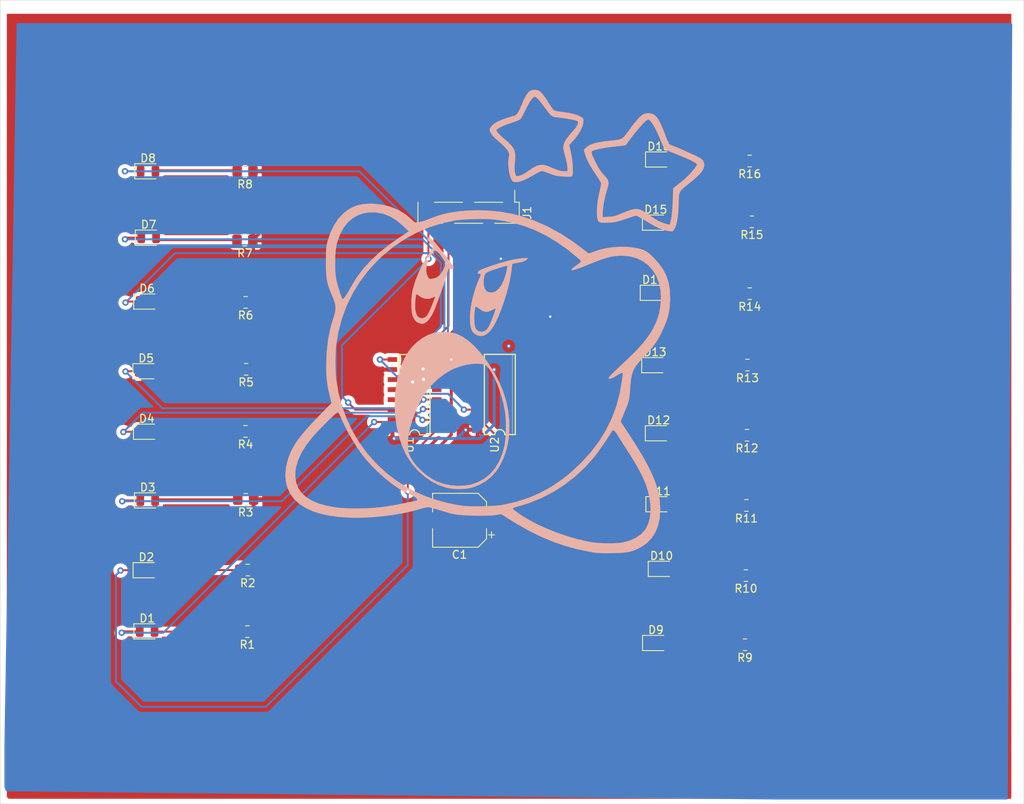
<source format=kicad_pcb>
(kicad_pcb (version 20171130) (host pcbnew 5.1.9+dfsg1-1)
  (title_block (title "Sixteen LED Board"))
  (layers (0 F.Cu signal) (31 B.Cu signal) (34 B.Paste user) (35 F.Paste user) (36 B.SilkS user) (37 F.SilkS user) (38 B.Mask user) (39 F.Mask user) (44 Edge.Cuts user))
  (net 0 "")
  (net 1 GND)
  (net 2 VCC)
  (net 3 "Net-(D1-Pad2)")
  (net 4 /LED_1_1)
  (net 5 "Net-(D2-Pad2)")
  (net 6 /LED_1_2)
  (net 7 "Net-(D3-Pad2)")
  (net 8 /LED_1_3)
  (net 9 "Net-(D4-Pad2)")
  (net 10 /LED_1_4)
  (net 11 "Net-(D5-Pad2)")
  (net 12 /LED_1_5)
  (net 13 "Net-(D6-Pad2)")
  (net 14 /LED_1_6)
  (net 15 "Net-(D7-Pad2)")
  (net 16 /LED_1_7)
  (net 17 "Net-(D8-Pad2)")
  (net 18 /LED_1_8)
  (net 19 "Net-(D9-Pad2)")
  (net 20 /LED_2_1)
  (net 21 "Net-(D10-Pad2)")
  (net 22 /LED_2_2)
  (net 23 "Net-(D11-Pad2)")
  (net 24 /LED_2_3)
  (net 25 "Net-(D12-Pad2)")
  (net 26 /LED_2_4)
  (net 27 "Net-(D13-Pad2)")
  (net 28 /LED_2_5)
  (net 29 "Net-(D14-Pad2)")
  (net 30 /LED_2_6)
  (net 31 "Net-(D15-Pad2)")
  (net 32 /LED_2_7)
  (net 33 "Net-(D16-Pad2)")
  (net 34 /LED_2_8)
  (net 35 /CLOCK)
  (net 36 /DATA)
  (net 37 /LATCH)
  (net 38 /DATA_S)
  (module Sixteen_LED:kirby_logo (layer F.Cu) (at 145.25 86.76)
    (fp_text reference G*** hide)
    (fp_text value LOGO hide)
  )
  (module Sixteen_LED:SO16 (layer F.Cu) (at 135.6 96.64 90)
    (fp_text reference U1 (at -6.36252 -0.63624 270) (layer F.SilkS) (effects (font (size 1.001969 1.001969))))
    (fp_text value 74HC595)
    (pad 16 smd rect (at -4.445 -2.8 90) (size 0.6 1.2) (layers F.Cu F.Paste F.Mask) (net 2 VCC))
    (pad 15 smd rect (at -3.175 -2.8 90) (size 0.6 1.2) (layers F.Cu F.Paste F.Mask) (net 4 /LED_1_1))
    (pad 14 smd rect (at -1.905 -2.8 90) (size 0.6 1.2) (layers F.Cu F.Paste F.Mask) (net 36 /DATA))
    (pad 13 smd rect (at -0.635 -2.8 90) (size 0.6 1.2) (layers F.Cu F.Paste F.Mask))
    (pad 12 smd rect (at 0.635 -2.8 90) (size 0.6 1.2) (layers F.Cu F.Paste F.Mask) (net 37 /LATCH))
    (pad 11 smd rect (at 1.905 -2.8 90) (size 0.6 1.2) (layers F.Cu F.Paste F.Mask) (net 35 /CLOCK))
    (pad 10 smd rect (at 3.175 -2.8 90) (size 0.6 1.2) (layers F.Cu F.Paste F.Mask) (net 2 VCC))
    (pad 9 smd rect (at 4.445 -2.8 90) (size 0.6 1.2) (layers F.Cu F.Paste F.Mask) (net 38 /DATA_S))
    (pad 8 smd rect (at 4.445 2.8 90) (size 0.6 1.2) (layers F.Cu F.Paste F.Mask) (net 1 GND))
    (pad 7 smd rect (at 3.175 2.8 90) (size 0.6 1.2) (layers F.Cu F.Paste F.Mask) (net 18 /LED_1_8))
    (pad 6 smd rect (at 1.905 2.8 90) (size 0.6 1.2) (layers F.Cu F.Paste F.Mask) (net 16 /LED_1_7))
    (pad 5 smd rect (at 0.635 2.8 90) (size 0.6 1.2) (layers F.Cu F.Paste F.Mask) (net 14 /LED_1_6))
    (pad 4 smd rect (at -0.635 2.8 90) (size 0.6 1.2) (layers F.Cu F.Paste F.Mask) (net 12 /LED_1_5))
    (pad 3 smd rect (at -1.905 2.8 90) (size 0.6 1.2) (layers F.Cu F.Paste F.Mask) (net 10 /LED_1_4))
    (pad 2 smd rect (at -3.175 2.8 90) (size 0.6 1.2) (layers F.Cu F.Paste F.Mask) (net 8 /LED_1_3))
    (pad 1 smd rect (at -4.445 2.8 90) (size 0.6 1.2) (layers F.Cu F.Paste F.Mask) (net 6 /LED_1_2))
  )
  (module Connector_PinHeader_2.54mm:PinHeader_1x05_P2.54mm_Vertical_SMD_Pin1Left (layer F.Cu) (at 142.43 73.62 270)
    (fp_text reference J1 (at 0 -7.41 90) (layer F.SilkS))
    (fp_text value Conn_01x05)
    (pad 4 smd rect (at 1.655 2.54 270) (size 2.51 1) (layers F.Cu F.Paste F.Mask) (net 35 /CLOCK))
    (pad 2 smd rect (at 1.655 -2.54 270) (size 2.51 1) (layers F.Cu F.Paste F.Mask) (net 1 GND))
    (pad 5 smd rect (at -1.655 5.08 270) (size 2.51 1) (layers F.Cu F.Paste F.Mask) (net 36 /DATA))
    (pad 3 smd rect (at -1.655 0 270) (size 2.51 1) (layers F.Cu F.Paste F.Mask) (net 37 /LATCH))
    (pad 1 smd rect (at -1.655 -5.08 270) (size 2.51 1) (layers F.Cu F.Paste F.Mask) (net 2 VCC))
  )
  (module Sixteen_LED:SO16 (layer F.Cu) (at 146.38 96.62 90)
    (fp_text reference U2 (at -6.36252 -0.63624 270) (layer F.SilkS) (effects (font (size 1.001969 1.001969))))
    (fp_text value 74HC595)
    (pad 16 smd rect (at -4.445 -2.8 90) (size 0.6 1.2) (layers F.Cu F.Paste F.Mask) (net 2 VCC))
    (pad 15 smd rect (at -3.175 -2.8 90) (size 0.6 1.2) (layers F.Cu F.Paste F.Mask) (net 20 /LED_2_1))
    (pad 14 smd rect (at -1.905 -2.8 90) (size 0.6 1.2) (layers F.Cu F.Paste F.Mask) (net 38 /DATA_S))
    (pad 13 smd rect (at -0.635 -2.8 90) (size 0.6 1.2) (layers F.Cu F.Paste F.Mask))
    (pad 12 smd rect (at 0.635 -2.8 90) (size 0.6 1.2) (layers F.Cu F.Paste F.Mask) (net 37 /LATCH))
    (pad 11 smd rect (at 1.905 -2.8 90) (size 0.6 1.2) (layers F.Cu F.Paste F.Mask) (net 35 /CLOCK))
    (pad 10 smd rect (at 3.175 -2.8 90) (size 0.6 1.2) (layers F.Cu F.Paste F.Mask) (net 2 VCC))
    (pad 9 smd rect (at 4.445 -2.8 90) (size 0.6 1.2) (layers F.Cu F.Paste F.Mask))
    (pad 8 smd rect (at 4.445 2.8 90) (size 0.6 1.2) (layers F.Cu F.Paste F.Mask) (net 1 GND))
    (pad 7 smd rect (at 3.175 2.8 90) (size 0.6 1.2) (layers F.Cu F.Paste F.Mask) (net 34 /LED_2_8))
    (pad 6 smd rect (at 1.905 2.8 90) (size 0.6 1.2) (layers F.Cu F.Paste F.Mask) (net 32 /LED_2_7))
    (pad 5 smd rect (at 0.635 2.8 90) (size 0.6 1.2) (layers F.Cu F.Paste F.Mask) (net 30 /LED_2_6))
    (pad 4 smd rect (at -0.635 2.8 90) (size 0.6 1.2) (layers F.Cu F.Paste F.Mask) (net 28 /LED_2_5))
    (pad 3 smd rect (at -1.905 2.8 90) (size 0.6 1.2) (layers F.Cu F.Paste F.Mask) (net 26 /LED_2_4))
    (pad 2 smd rect (at -3.175 2.8 90) (size 0.6 1.2) (layers F.Cu F.Paste F.Mask) (net 24 /LED_2_3))
    (pad 1 smd rect (at -4.445 2.8 90) (size 0.6 1.2) (layers F.Cu F.Paste F.Mask) (net 22 /LED_2_2))
  )
  (module Resistor_SMD:R_0805_2012Metric_Pad1.20x1.40mm_HandSolder (layer F.Cu) (at 177.98 67.07 180)
    (fp_text reference R16 (at 0 -1.65) (layer F.SilkS))
    (fp_text value 220)
    (pad 2 smd roundrect (at 1 0 180) (size 1.2 1.4) (layers F.Cu F.Paste F.Mask) (roundrect_rratio 0.208333) (net 33 "Net-(D16-Pad2)"))
    (pad 1 smd roundrect (at -1 0 180) (size 1.2 1.4) (layers F.Cu F.Paste F.Mask) (roundrect_rratio 0.208333) (net 2 VCC))
  )
  (module Resistor_SMD:R_0805_2012Metric_Pad1.20x1.40mm_HandSolder (layer F.Cu) (at 178.26 74.77 180)
    (fp_text reference R15 (at 0 -1.65) (layer F.SilkS))
    (fp_text value 220)
    (pad 2 smd roundrect (at 1 0 180) (size 1.2 1.4) (layers F.Cu F.Paste F.Mask) (roundrect_rratio 0.208333) (net 31 "Net-(D15-Pad2)"))
    (pad 1 smd roundrect (at -1 0 180) (size 1.2 1.4) (layers F.Cu F.Paste F.Mask) (roundrect_rratio 0.208333) (net 2 VCC))
  )
  (module Resistor_SMD:R_0805_2012Metric_Pad1.20x1.40mm_HandSolder (layer F.Cu) (at 177.99 83.86 180)
    (fp_text reference R14 (at 0 -1.65) (layer F.SilkS))
    (fp_text value 220)
    (pad 2 smd roundrect (at 1 0 180) (size 1.2 1.4) (layers F.Cu F.Paste F.Mask) (roundrect_rratio 0.208333) (net 29 "Net-(D14-Pad2)"))
    (pad 1 smd roundrect (at -1 0 180) (size 1.2 1.4) (layers F.Cu F.Paste F.Mask) (roundrect_rratio 0.208333) (net 2 VCC))
  )
  (module Resistor_SMD:R_0805_2012Metric_Pad1.20x1.40mm_HandSolder (layer F.Cu) (at 177.7 92.9 180)
    (fp_text reference R13 (at 0 -1.65) (layer F.SilkS))
    (fp_text value 220)
    (pad 2 smd roundrect (at 1 0 180) (size 1.2 1.4) (layers F.Cu F.Paste F.Mask) (roundrect_rratio 0.208333) (net 27 "Net-(D13-Pad2)"))
    (pad 1 smd roundrect (at -1 0 180) (size 1.2 1.4) (layers F.Cu F.Paste F.Mask) (roundrect_rratio 0.208333) (net 2 VCC))
  )
  (module Resistor_SMD:R_0805_2012Metric_Pad1.20x1.40mm_HandSolder (layer F.Cu) (at 177.64 101.78 180)
    (fp_text reference R12 (at 0 -1.65) (layer F.SilkS))
    (fp_text value 220)
    (pad 2 smd roundrect (at 1 0 180) (size 1.2 1.4) (layers F.Cu F.Paste F.Mask) (roundrect_rratio 0.208333) (net 25 "Net-(D12-Pad2)"))
    (pad 1 smd roundrect (at -1 0 180) (size 1.2 1.4) (layers F.Cu F.Paste F.Mask) (roundrect_rratio 0.208333) (net 2 VCC))
  )
  (module Resistor_SMD:R_0805_2012Metric_Pad1.20x1.40mm_HandSolder (layer F.Cu) (at 177.57 110.66 180)
    (fp_text reference R11 (at 0 -1.65) (layer F.SilkS))
    (fp_text value 220)
    (pad 2 smd roundrect (at 1 0 180) (size 1.2 1.4) (layers F.Cu F.Paste F.Mask) (roundrect_rratio 0.208333) (net 23 "Net-(D11-Pad2)"))
    (pad 1 smd roundrect (at -1 0 180) (size 1.2 1.4) (layers F.Cu F.Paste F.Mask) (roundrect_rratio 0.208333) (net 2 VCC))
  )
  (module Resistor_SMD:R_0805_2012Metric_Pad1.20x1.40mm_HandSolder (layer F.Cu) (at 177.51 119.54 180)
    (fp_text reference R10 (at 0 -1.65) (layer F.SilkS))
    (fp_text value 220)
    (pad 2 smd roundrect (at 1 0 180) (size 1.2 1.4) (layers F.Cu F.Paste F.Mask) (roundrect_rratio 0.208333) (net 21 "Net-(D10-Pad2)"))
    (pad 1 smd roundrect (at -1 0 180) (size 1.2 1.4) (layers F.Cu F.Paste F.Mask) (roundrect_rratio 0.208333) (net 2 VCC))
  )
  (module Resistor_SMD:R_0805_2012Metric_Pad1.20x1.40mm_HandSolder (layer F.Cu) (at 177.39 128.29 180)
    (fp_text reference R9 (at 0 -1.65) (layer F.SilkS))
    (fp_text value 220)
    (pad 2 smd roundrect (at 1 0 180) (size 1.2 1.4) (layers F.Cu F.Paste F.Mask) (roundrect_rratio 0.208333) (net 19 "Net-(D9-Pad2)"))
    (pad 1 smd roundrect (at -1 0 180) (size 1.2 1.4) (layers F.Cu F.Paste F.Mask) (roundrect_rratio 0.208333) (net 2 VCC))
  )
  (module Resistor_SMD:R_0805_2012Metric_Pad1.20x1.40mm_HandSolder (layer F.Cu) (at 114.16 68.37 180)
    (fp_text reference R8 (at 0 -1.65) (layer F.SilkS))
    (fp_text value 220)
    (pad 2 smd roundrect (at 1 0 180) (size 1.2 1.4) (layers F.Cu F.Paste F.Mask) (roundrect_rratio 0.208333) (net 17 "Net-(D8-Pad2)"))
    (pad 1 smd roundrect (at -1 0 180) (size 1.2 1.4) (layers F.Cu F.Paste F.Mask) (roundrect_rratio 0.208333) (net 2 VCC))
  )
  (module Resistor_SMD:R_0805_2012Metric_Pad1.20x1.40mm_HandSolder (layer F.Cu) (at 114.14 77.09 180)
    (fp_text reference R7 (at 0 -1.65) (layer F.SilkS))
    (fp_text value 220)
    (pad 2 smd roundrect (at 1 0 180) (size 1.2 1.4) (layers F.Cu F.Paste F.Mask) (roundrect_rratio 0.208333) (net 15 "Net-(D7-Pad2)"))
    (pad 1 smd roundrect (at -1 0 180) (size 1.2 1.4) (layers F.Cu F.Paste F.Mask) (roundrect_rratio 0.208333) (net 2 VCC))
  )
  (module Resistor_SMD:R_0805_2012Metric_Pad1.20x1.40mm_HandSolder (layer F.Cu) (at 114.23 84.96 180)
    (fp_text reference R6 (at 0 -1.65) (layer F.SilkS))
    (fp_text value 220)
    (pad 2 smd roundrect (at 1 0 180) (size 1.2 1.4) (layers F.Cu F.Paste F.Mask) (roundrect_rratio 0.208333) (net 13 "Net-(D6-Pad2)"))
    (pad 1 smd roundrect (at -1 0 180) (size 1.2 1.4) (layers F.Cu F.Paste F.Mask) (roundrect_rratio 0.208333) (net 2 VCC))
  )
  (module Resistor_SMD:R_0805_2012Metric_Pad1.20x1.40mm_HandSolder (layer F.Cu) (at 114.29 93.43 180)
    (fp_text reference R5 (at 0 -1.65) (layer F.SilkS))
    (fp_text value 220)
    (pad 2 smd roundrect (at 1 0 180) (size 1.2 1.4) (layers F.Cu F.Paste F.Mask) (roundrect_rratio 0.208333) (net 11 "Net-(D5-Pad2)"))
    (pad 1 smd roundrect (at -1 0 180) (size 1.2 1.4) (layers F.Cu F.Paste F.Mask) (roundrect_rratio 0.208333) (net 2 VCC))
  )
  (module Resistor_SMD:R_0805_2012Metric_Pad1.20x1.40mm_HandSolder (layer F.Cu) (at 114.22 101.29 180)
    (fp_text reference R4 (at 0 -1.65) (layer F.SilkS))
    (fp_text value 220)
    (pad 2 smd roundrect (at 1 0 180) (size 1.2 1.4) (layers F.Cu F.Paste F.Mask) (roundrect_rratio 0.208333) (net 9 "Net-(D4-Pad2)"))
    (pad 1 smd roundrect (at -1 0 180) (size 1.2 1.4) (layers F.Cu F.Paste F.Mask) (roundrect_rratio 0.208333) (net 2 VCC))
  )
  (module Resistor_SMD:R_0805_2012Metric_Pad1.20x1.40mm_HandSolder (layer F.Cu) (at 114.24 109.89 180)
    (fp_text reference R3 (at 0 -1.65) (layer F.SilkS))
    (fp_text value 220)
    (pad 2 smd roundrect (at 1 0 180) (size 1.2 1.4) (layers F.Cu F.Paste F.Mask) (roundrect_rratio 0.208333) (net 7 "Net-(D3-Pad2)"))
    (pad 1 smd roundrect (at -1 0 180) (size 1.2 1.4) (layers F.Cu F.Paste F.Mask) (roundrect_rratio 0.208333) (net 2 VCC))
  )
  (module Resistor_SMD:R_0805_2012Metric_Pad1.20x1.40mm_HandSolder (layer F.Cu) (at 114.5 118.84 180)
    (fp_text reference R2 (at 0 -1.65) (layer F.SilkS))
    (fp_text value 220)
    (pad 2 smd roundrect (at 1 0 180) (size 1.2 1.4) (layers F.Cu F.Paste F.Mask) (roundrect_rratio 0.208333) (net 5 "Net-(D2-Pad2)"))
    (pad 1 smd roundrect (at -1 0 180) (size 1.2 1.4) (layers F.Cu F.Paste F.Mask) (roundrect_rratio 0.208333) (net 2 VCC))
  )
  (module Resistor_SMD:R_0805_2012Metric_Pad1.20x1.40mm_HandSolder (layer F.Cu) (at 114.45 126.63 180)
    (fp_text reference R1 (at 0 -1.65) (layer F.SilkS))
    (fp_text value 220)
    (pad 2 smd roundrect (at 1 0 180) (size 1.2 1.4) (layers F.Cu F.Paste F.Mask) (roundrect_rratio 0.208333) (net 3 "Net-(D1-Pad2)"))
    (pad 1 smd roundrect (at -1 0 180) (size 1.2 1.4) (layers F.Cu F.Paste F.Mask) (roundrect_rratio 0.208333) (net 2 VCC))
  )
  (module LED_SMD:LED_0805_2012Metric (layer F.Cu) (at 166.4975 66.88)
    (fp_text reference D16 (at 0 -1.65) (layer F.SilkS))
    (fp_text value LED)
    (pad 2 smd roundrect (at 0.9375 0) (size 0.975 1.4) (layers F.Cu F.Paste F.Mask) (net 33 "Net-(D16-Pad2)"))
    (pad 1 smd roundrect (at -0.9375 0) (size 0.975 1.4) (layers F.Cu F.Paste F.Mask) (net 34 /LED_2_8))
  )
  (module LED_SMD:LED_0805_2012Metric (layer F.Cu) (at 166.1 74.87)
    (fp_text reference D15 (at 0 -1.65) (layer F.SilkS))
    (fp_text value LED)
    (pad 2 smd roundrect (at 0.9375 0) (size 0.975 1.4) (layers F.Cu F.Paste F.Mask) (net 31 "Net-(D15-Pad2)"))
    (pad 1 smd roundrect (at -0.9375 0) (size 0.975 1.4) (layers F.Cu F.Paste F.Mask) (net 32 /LED_2_7))
  )
  (module LED_SMD:LED_0805_2012Metric (layer F.Cu) (at 165.83 83.75)
    (fp_text reference D14 (at 0 -1.65) (layer F.SilkS))
    (fp_text value LED)
    (pad 2 smd roundrect (at 0.9375 0) (size 0.975 1.4) (layers F.Cu F.Paste F.Mask) (net 29 "Net-(D14-Pad2)"))
    (pad 1 smd roundrect (at -0.9375 0) (size 0.975 1.4) (layers F.Cu F.Paste F.Mask) (net 30 /LED_2_6))
  )
  (module LED_SMD:LED_0805_2012Metric (layer F.Cu) (at 166.01 92.91)
    (fp_text reference D13 (at 0 -1.65) (layer F.SilkS))
    (fp_text value LED)
    (pad 2 smd roundrect (at 0.9375 0) (size 0.975 1.4) (layers F.Cu F.Paste F.Mask) (net 27 "Net-(D13-Pad2)"))
    (pad 1 smd roundrect (at -0.9375 0) (size 0.975 1.4) (layers F.Cu F.Paste F.Mask) (net 28 /LED_2_5))
  )
  (module LED_SMD:LED_0805_2012Metric (layer F.Cu) (at 166.47 101.53)
    (fp_text reference D12 (at 0 -1.65) (layer F.SilkS))
    (fp_text value LED)
    (pad 2 smd roundrect (at 0.9375 0) (size 0.975 1.4) (layers F.Cu F.Paste F.Mask) (net 25 "Net-(D12-Pad2)"))
    (pad 1 smd roundrect (at -0.9375 0) (size 0.975 1.4) (layers F.Cu F.Paste F.Mask) (net 26 /LED_2_4))
  )
  (module LED_SMD:LED_0805_2012Metric (layer F.Cu) (at 166.54 110.51)
    (fp_text reference D11 (at 0 -1.65) (layer F.SilkS))
    (fp_text value LED)
    (pad 2 smd roundrect (at 0.9375 0) (size 0.975 1.4) (layers F.Cu F.Paste F.Mask) (net 23 "Net-(D11-Pad2)"))
    (pad 1 smd roundrect (at -0.9375 0) (size 0.975 1.4) (layers F.Cu F.Paste F.Mask) (net 24 /LED_2_3))
  )
  (module LED_SMD:LED_0805_2012Metric (layer F.Cu) (at 166.84 118.69)
    (fp_text reference D10 (at 0 -1.65) (layer F.SilkS))
    (fp_text value LED)
    (pad 2 smd roundrect (at 0.9375 0) (size 0.975 1.4) (layers F.Cu F.Paste F.Mask) (net 21 "Net-(D10-Pad2)"))
    (pad 1 smd roundrect (at -0.9375 0) (size 0.975 1.4) (layers F.Cu F.Paste F.Mask) (net 22 /LED_2_2))
  )
  (module LED_SMD:LED_0805_2012Metric (layer F.Cu) (at 166.12 128.07)
    (fp_text reference D9 (at 0 -1.65) (layer F.SilkS))
    (fp_text value LED)
    (pad 2 smd roundrect (at 0.9375 0) (size 0.975 1.4) (layers F.Cu F.Paste F.Mask) (net 19 "Net-(D9-Pad2)"))
    (pad 1 smd roundrect (at -0.9375 0) (size 0.975 1.4) (layers F.Cu F.Paste F.Mask) (net 20 /LED_2_1))
  )
  (module LED_SMD:LED_0805_2012Metric (layer F.Cu) (at 101.89 68.37)
    (fp_text reference D8 (at 0 -1.65) (layer F.SilkS))
    (fp_text value LED)
    (pad 2 smd roundrect (at 0.9375 0) (size 0.975 1.4) (layers F.Cu F.Paste F.Mask) (net 17 "Net-(D8-Pad2)"))
    (pad 1 smd roundrect (at -0.9375 0) (size 0.975 1.4) (layers F.Cu F.Paste F.Mask) (net 18 /LED_1_8))
  )
  (module LED_SMD:LED_0805_2012Metric (layer F.Cu) (at 101.9675 76.77)
    (fp_text reference D7 (at 0 -1.65) (layer F.SilkS))
    (fp_text value LED)
    (pad 2 smd roundrect (at 0.9375 0) (size 0.975 1.4) (layers F.Cu F.Paste F.Mask) (net 15 "Net-(D7-Pad2)"))
    (pad 1 smd roundrect (at -0.9375 0) (size 0.975 1.4) (layers F.Cu F.Paste F.Mask) (net 16 /LED_1_7))
  )
  (module LED_SMD:LED_0805_2012Metric (layer F.Cu) (at 101.76 84.86)
    (fp_text reference D6 (at 0 -1.65) (layer F.SilkS))
    (fp_text value LED)
    (pad 2 smd roundrect (at 0.9375 0) (size 0.975 1.4) (layers F.Cu F.Paste F.Mask) (net 13 "Net-(D6-Pad2)"))
    (pad 1 smd roundrect (at -0.9375 0) (size 0.975 1.4) (layers F.Cu F.Paste F.Mask) (net 14 /LED_1_6))
  )
  (module LED_SMD:LED_0805_2012Metric (layer F.Cu) (at 101.6475 93.68)
    (fp_text reference D5 (at 0 -1.65) (layer F.SilkS))
    (fp_text value LED)
    (pad 2 smd roundrect (at 0.9375 0) (size 0.975 1.4) (layers F.Cu F.Paste F.Mask) (net 11 "Net-(D5-Pad2)"))
    (pad 1 smd roundrect (at -0.9375 0) (size 0.975 1.4) (layers F.Cu F.Paste F.Mask) (net 12 /LED_1_5))
  )
  (module LED_SMD:LED_0805_2012Metric (layer F.Cu) (at 101.73 101.331428)
    (fp_text reference D4 (at 0 -1.65) (layer F.SilkS))
    (fp_text value LED)
    (pad 2 smd roundrect (at 0.9375 0) (size 0.975 1.4) (layers F.Cu F.Paste F.Mask) (net 9 "Net-(D4-Pad2)"))
    (pad 1 smd roundrect (at -0.9375 0) (size 0.975 1.4) (layers F.Cu F.Paste F.Mask) (net 10 /LED_1_4))
  )
  (module LED_SMD:LED_0805_2012Metric (layer F.Cu) (at 101.85 110.03)
    (fp_text reference D3 (at 0 -1.65) (layer F.SilkS))
    (fp_text value LED)
    (pad 2 smd roundrect (at 0.9375 0) (size 0.975 1.4) (layers F.Cu F.Paste F.Mask) (net 7 "Net-(D3-Pad2)"))
    (pad 1 smd roundrect (at -0.9375 0) (size 0.975 1.4) (layers F.Cu F.Paste F.Mask) (net 8 /LED_1_3))
  )
  (module LED_SMD:LED_0805_2012Metric (layer F.Cu) (at 101.68 118.86)
    (fp_text reference D2 (at 0 -1.65) (layer F.SilkS))
    (fp_text value LED)
    (pad 2 smd roundrect (at 0.9375 0) (size 0.975 1.4) (layers F.Cu F.Paste F.Mask) (net 5 "Net-(D2-Pad2)"))
    (pad 1 smd roundrect (at -0.9375 0) (size 0.975 1.4) (layers F.Cu F.Paste F.Mask) (net 6 /LED_1_2))
  )
  (module LED_SMD:LED_0805_2012Metric (layer F.Cu) (at 101.7775 126.6)
    (fp_text reference D1 (at 0 -1.65) (layer F.SilkS))
    (fp_text value LED)
    (pad 2 smd roundrect (at 0.9375 0) (size 0.975 1.4) (layers F.Cu F.Paste F.Mask) (net 3 "Net-(D1-Pad2)"))
    (pad 1 smd roundrect (at -0.9375 0) (size 0.975 1.4) (layers F.Cu F.Paste F.Mask) (net 4 /LED_1_1))
  )
  (module Capacitor_SMD:CP_Elec_6.3x5.3 (layer F.Cu) (at 141.29 112.54 180)
    (fp_text reference C1 (at 0 -4.35) (layer F.SilkS))
    (fp_text value 200uF)
    (pad 2 smd roundrect (at 2.8 0 180) (size 3.5 1.6) (layers F.Cu F.Paste F.Mask) (roundrect_rratio 0.15625) (net 1 GND))
    (pad 1 smd roundrect (at -2.8 0 180) (size 3.5 1.6) (layers F.Cu F.Paste F.Mask) (roundrect_rratio 0.15625) (net 2 VCC))
  )
  (gr_line (start 212.66 46.72) (end 83.19 46.72) (layer Edge.Cuts) (width 0.05))
  (gr_line (start 83.19 148.41) (end 83.19 46.72) (layer Edge.Cuts) (width 0.05))
  (gr_line (start 212.66 148.41) (end 83.19 148.41) (layer Edge.Cuts) (width 0.05))
  (gr_line (start 212.66 46.72) (end 212.66 148.41) (layer Edge.Cuts) (width 0.05))
  (via (at 131.22 92.2) (size 0.8) (drill 0.4) (layers F.Cu B.Cu) (net 38))
  (via (at 142.06 101.1) (size 0.6) (drill 0.3) (layers F.Cu B.Cu) (net 2))
  (via (at 145.67 93.47) (size 0.6) (drill 0.3) (layers F.Cu B.Cu) (net 2))
  (via (at 133.01 102.19) (size 0.6) (drill 0.3) (layers F.Cu B.Cu) (net 2))
  (via (at 136.68 93.39) (size 0.8) (drill 0.4) (layers F.Cu B.Cu) (net 18))
  (via (at 136.74 94.7) (size 0.8) (drill 0.4) (layers F.Cu B.Cu) (net 16))
  (via (at 135.36 95.04) (size 0.8) (drill 0.4) (layers F.Cu B.Cu) (net 14))
  (via (at 136.73 97.26) (size 0.8) (drill 0.4) (layers F.Cu B.Cu) (net 12))
  (via (at 136.67 98.47) (size 0.8) (drill 0.4) (layers F.Cu B.Cu) (net 10))
  (via (at 98.56 126.77) (size 0.8) (drill 0.4) (layers F.Cu B.Cu) (net 4))
  (via (at 98.41 118.9) (size 0.8) (drill 0.4) (layers F.Cu B.Cu) (net 6))
  (via (at 98.62 110.13) (size 0.8) (drill 0.4) (layers F.Cu B.Cu) (net 8))
  (via (at 98.77 101.37) (size 0.8) (drill 0.4) (layers F.Cu B.Cu) (net 10))
  (via (at 99.04 93.71) (size 0.8) (drill 0.4) (layers F.Cu B.Cu) (net 12))
  (via (at 99.04 84.99) (size 0.8) (drill 0.4) (layers F.Cu B.Cu) (net 14))
  (via (at 98.97 76.98) (size 0.8) (drill 0.4) (layers F.Cu B.Cu) (net 16))
  (via (at 98.97 68.37) (size 0.8) (drill 0.4) (layers F.Cu B.Cu) (net 18))
  (via (at 136.6 99.84) (size 0.8) (drill 0.4) (layers F.Cu B.Cu) (net 8))
  (via (at 134.74 108.88) (size 0.8) (drill 0.4) (layers F.Cu B.Cu) (net 6))
  (via (at 130.49 100.1) (size 0.8) (drill 0.4) (layers F.Cu B.Cu) (net 4))
  (via (at 140.24 92.19) (size 0.6) (drill 0.3) (layers F.Cu B.Cu) (net 1))
  (via (at 146.51 79.44) (size 0.6) (drill 0.3) (layers F.Cu B.Cu) (net 1))
  (segment (start 144.97 77.9) (end 146.51 79.44) (width 0.38) (layer F.Cu) (net 1))
  (segment (start 144.97 75.275) (end 144.97 77.9) (width 0.38) (layer F.Cu) (net 1))
  (segment (start 146.51 79.44) (end 146.51 80.52) (width 0.38) (layer B.Cu) (net 1))
  (segment (start 146.51 80.52) (end 152.76 86.77) (width 0.38) (layer B.Cu) (net 1))
  (segment (start 152.76 86.77) (end 152.76 86.77) (width 0.38) (layer B.Cu) (net 1))
  (via (at 152.76 86.77) (size 0.6) (drill 0.3) (layers F.Cu B.Cu) (net 1))
  (segment (start 152.76 88.595) (end 149.18 92.175) (width 0.38) (layer F.Cu) (net 1))
  (segment (start 152.76 86.77) (end 152.76 88.595) (width 0.38) (layer F.Cu) (net 1))
  (segment (start 146.51 85.92) (end 140.24 92.19) (width 0.38) (layer B.Cu) (net 1))
  (segment (start 146.51 80.52) (end 146.51 85.92) (width 0.38) (layer B.Cu) (net 1))
  (segment (start 138.405 92.19) (end 138.4 92.195) (width 0.38) (layer F.Cu) (net 1))
  (segment (start 140.24 92.19) (end 138.405 92.19) (width 0.38) (layer F.Cu) (net 1))
  (segment (start 138.49 112.54) (end 138.49 103.46) (width 0.38) (layer F.Cu) (net 1))
  (segment (start 140.24 101.71) (end 140.24 92.19) (width 0.38) (layer F.Cu) (net 1))
  (segment (start 138.49 103.46) (end 140.24 101.71) (width 0.38) (layer F.Cu) (net 1))
  (segment (start 182.93 74.77) (end 179.26 74.77) (width 0.38) (layer F.Cu) (net 2))
  (segment (start 182.93 79.92) (end 178.99 83.86) (width 0.38) (layer F.Cu) (net 2))
  (segment (start 182.93 74.77) (end 182.93 79.92) (width 0.38) (layer F.Cu) (net 2))
  (segment (start 182.93 88.67) (end 178.7 92.9) (width 0.38) (layer F.Cu) (net 2))
  (segment (start 182.93 79.92) (end 182.93 88.67) (width 0.38) (layer F.Cu) (net 2))
  (segment (start 178.98 67.07) (end 180.16 67.07) (width 0.38) (layer F.Cu) (net 2))
  (segment (start 182.93 69.84) (end 182.93 74.77) (width 0.38) (layer F.Cu) (net 2))
  (segment (start 180.16 67.07) (end 182.93 69.84) (width 0.38) (layer F.Cu) (net 2))
  (segment (start 182.93 97.49) (end 178.64 101.78) (width 0.38) (layer F.Cu) (net 2))
  (segment (start 182.93 88.67) (end 182.93 97.49) (width 0.38) (layer F.Cu) (net 2))
  (segment (start 182.93 106.3) (end 178.57 110.66) (width 0.38) (layer F.Cu) (net 2))
  (segment (start 182.93 97.49) (end 182.93 106.3) (width 0.38) (layer F.Cu) (net 2))
  (segment (start 182.93 115.12) (end 178.51 119.54) (width 0.38) (layer F.Cu) (net 2))
  (segment (start 182.93 106.3) (end 182.93 115.12) (width 0.38) (layer F.Cu) (net 2))
  (segment (start 182.93 123.75) (end 178.39 128.29) (width 0.38) (layer F.Cu) (net 2))
  (segment (start 182.93 115.12) (end 182.93 123.75) (width 0.38) (layer F.Cu) (net 2))
  (segment (start 178.98 67.07) (end 178.98 64.3) (width 0.38) (layer F.Cu) (net 2))
  (segment (start 178.98 64.3) (end 176.73 62.05) (width 0.38) (layer F.Cu) (net 2))
  (segment (start 157.425 62.05) (end 147.51 71.965) (width 0.38) (layer F.Cu) (net 2))
  (segment (start 176.73 62.05) (end 157.425 62.05) (width 0.38) (layer F.Cu) (net 2))
  (segment (start 115.16 68.37) (end 117 68.37) (width 0.38) (layer F.Cu) (net 2))
  (segment (start 117 68.37) (end 119.63 71) (width 0.38) (layer F.Cu) (net 2))
  (segment (start 119.63 72.6) (end 115.14 77.09) (width 0.38) (layer F.Cu) (net 2))
  (segment (start 119.63 71) (end 119.63 72.6) (width 0.38) (layer F.Cu) (net 2))
  (segment (start 119.63 80.56) (end 115.23 84.96) (width 0.38) (layer F.Cu) (net 2))
  (segment (start 119.63 72.6) (end 119.63 80.56) (width 0.38) (layer F.Cu) (net 2))
  (segment (start 119.63 80.56) (end 119.63 89.09) (width 0.38) (layer F.Cu) (net 2))
  (segment (start 119.495 97.015) (end 115.22 101.29) (width 0.38) (layer F.Cu) (net 2))
  (segment (start 119.63 89.09) (end 119.495 89.225) (width 0.38) (layer F.Cu) (net 2))
  (segment (start 119.495 89.225) (end 119.495 97.015) (width 0.38) (layer F.Cu) (net 2))
  (segment (start 119.495 89.225) (end 115.29 93.43) (width 0.38) (layer F.Cu) (net 2))
  (segment (start 119.495 105.635) (end 115.24 109.89) (width 0.38) (layer F.Cu) (net 2))
  (segment (start 119.495 97.015) (end 119.495 105.635) (width 0.38) (layer F.Cu) (net 2))
  (segment (start 119.495 114.845) (end 115.5 118.84) (width 0.38) (layer F.Cu) (net 2))
  (segment (start 119.495 105.635) (end 119.495 114.845) (width 0.38) (layer F.Cu) (net 2))
  (segment (start 119.495 122.585) (end 115.45 126.63) (width 0.38) (layer F.Cu) (net 2))
  (segment (start 119.495 114.845) (end 119.495 122.585) (width 0.38) (layer F.Cu) (net 2))
  (segment (start 123.045 93.465) (end 132.8 93.465) (width 0.38) (layer F.Cu) (net 2))
  (segment (start 119.495 97.015) (end 123.045 93.465) (width 0.38) (layer F.Cu) (net 2))
  (segment (start 119.495 97.015) (end 125.065 97.015) (width 0.38) (layer F.Cu) (net 2))
  (segment (start 129.135 101.085) (end 132.8 101.085) (width 0.38) (layer F.Cu) (net 2))
  (segment (start 125.065 97.015) (end 129.135 101.085) (width 0.38) (layer F.Cu) (net 2))
  (segment (start 144.09 101.575) (end 143.58 101.065) (width 0.38) (layer F.Cu) (net 2))
  (segment (start 144.09 112.54) (end 144.09 101.575) (width 0.38) (layer F.Cu) (net 2))
  (segment (start 144.56 93.445) (end 143.58 93.445) (width 0.38) (layer F.Cu) (net 2))
  (segment (start 147.51 90.495) (end 147.51 90.495) (width 0.38) (layer F.Cu) (net 2))
  (segment (start 147.51 71.965) (end 147.51 90.495) (width 0.38) (layer F.Cu) (net 2))
  (segment (start 147.51 90.495) (end 144.56 93.445) (width 0.38) (layer F.Cu) (net 2))
  (via (at 147.51 90.495) (size 0.6) (drill 0.3) (layers F.Cu B.Cu) (net 2))
  (segment (start 132.8 101.98) (end 133.01 102.19) (width 0.38) (layer F.Cu) (net 2))
  (segment (start 132.8 101.085) (end 132.8 101.98) (width 0.38) (layer F.Cu) (net 2))
  (segment (start 140.97 102.19) (end 142.06 101.1) (width 0.38) (layer B.Cu) (net 2))
  (segment (start 133.01 102.19) (end 140.97 102.19) (width 0.38) (layer B.Cu) (net 2))
  (segment (start 143.545 101.1) (end 143.58 101.065) (width 0.38) (layer F.Cu) (net 2))
  (segment (start 142.06 101.1) (end 143.545 101.1) (width 0.38) (layer F.Cu) (net 2))
  (segment (start 140.97 102.19) (end 143.9 102.19) (width 0.38) (layer B.Cu) (net 2))
  (segment (start 145.67 100.42) (end 145.67 93.47) (width 0.38) (layer B.Cu) (net 2))
  (segment (start 143.9 102.19) (end 145.67 100.42) (width 0.38) (layer B.Cu) (net 2))
  (segment (start 143.605 93.47) (end 143.58 93.445) (width 0.38) (layer F.Cu) (net 2))
  (segment (start 145.67 93.47) (end 143.605 93.47) (width 0.38) (layer F.Cu) (net 2))
  (segment (start 102.745 126.63) (end 102.715 126.6) (width 0.25) (layer F.Cu) (net 3))
  (segment (start 113.45 126.63) (end 102.745 126.63) (width 0.25) (layer F.Cu) (net 3))
  (segment (start 132.494998 99.815) (end 132.8 99.815) (width 0.25) (layer F.Cu) (net 4))
  (segment (start 133.65 99.815) (end 132.8 99.815) (width 0.25) (layer F.Cu) (net 4))
  (segment (start 103.82 126.77) (end 130.49 100.1) (width 0.25) (layer B.Cu) (net 4))
  (segment (start 98.56 126.77) (end 103.82 126.77) (width 0.25) (layer B.Cu) (net 4))
  (segment (start 132.515 100.1) (end 132.8 99.815) (width 0.25) (layer F.Cu) (net 4))
  (segment (start 130.49 100.1) (end 132.515 100.1) (width 0.25) (layer F.Cu) (net 4))
  (segment (start 98.73 126.6) (end 98.56 126.77) (width 0.25) (layer F.Cu) (net 4))
  (segment (start 100.84 126.6) (end 98.73 126.6) (width 0.25) (layer F.Cu) (net 4))
  (segment (start 102.6375 118.84) (end 102.6175 118.86) (width 0.25) (layer F.Cu) (net 5))
  (segment (start 113.5 118.84) (end 102.6375 118.84) (width 0.25) (layer F.Cu) (net 5))
  (segment (start 139.25 101.085) (end 138.4 101.085) (width 0.25) (layer F.Cu) (net 6))
  (segment (start 98.45 118.86) (end 98.41 118.9) (width 0.25) (layer F.Cu) (net 6))
  (segment (start 100.7425 118.86) (end 98.45 118.86) (width 0.25) (layer F.Cu) (net 6))
  (segment (start 116.79 136.15) (end 134.74 118.2) (width 0.25) (layer B.Cu) (net 6))
  (segment (start 101.05 136.15) (end 116.79 136.15) (width 0.25) (layer B.Cu) (net 6))
  (segment (start 97.834999 132.934999) (end 101.05 136.15) (width 0.25) (layer B.Cu) (net 6))
  (segment (start 134.74 118.2) (end 134.74 108.88) (width 0.25) (layer B.Cu) (net 6))
  (segment (start 97.834999 119.475001) (end 97.834999 132.934999) (width 0.25) (layer B.Cu) (net 6))
  (segment (start 98.41 118.9) (end 97.834999 119.475001) (width 0.25) (layer B.Cu) (net 6))
  (segment (start 134.74 104.745) (end 138.4 101.085) (width 0.25) (layer F.Cu) (net 6))
  (segment (start 134.74 108.88) (end 134.74 104.745) (width 0.25) (layer F.Cu) (net 6))
  (segment (start 102.9275 109.89) (end 102.7875 110.03) (width 0.25) (layer F.Cu) (net 7))
  (segment (start 113.24 109.89) (end 102.9275 109.89) (width 0.25) (layer F.Cu) (net 7))
  (segment (start 139.25 99.815) (end 138.4 99.815) (width 0.25) (layer F.Cu) (net 8))
  (segment (start 98.72 110.03) (end 98.62 110.13) (width 0.25) (layer F.Cu) (net 8))
  (segment (start 100.9125 110.03) (end 98.72 110.03) (width 0.25) (layer F.Cu) (net 8))
  (segment (start 136.134999 99.374999) (end 136.6 99.84) (width 0.25) (layer B.Cu) (net 8))
  (segment (start 129.575001 99.374999) (end 136.134999 99.374999) (width 0.25) (layer B.Cu) (net 8))
  (segment (start 118.82 110.13) (end 129.575001 99.374999) (width 0.25) (layer B.Cu) (net 8))
  (segment (start 98.62 110.13) (end 118.82 110.13) (width 0.25) (layer B.Cu) (net 8))
  (segment (start 138.375 99.84) (end 138.4 99.815) (width 0.25) (layer F.Cu) (net 8))
  (segment (start 136.6 99.84) (end 138.375 99.84) (width 0.25) (layer F.Cu) (net 8))
  (segment (start 102.888928 101.11) (end 102.6675 101.331428) (width 0.25) (layer F.Cu) (net 9))
  (segment (start 102.708928 101.29) (end 102.6675 101.331428) (width 0.25) (layer F.Cu) (net 9))
  (segment (start 113.22 101.29) (end 102.708928 101.29) (width 0.25) (layer F.Cu) (net 9))
  (segment (start 139.25 98.545) (end 138.4 98.545) (width 0.25) (layer F.Cu) (net 10))
  (segment (start 98.808572 101.331428) (end 98.77 101.37) (width 0.25) (layer F.Cu) (net 10))
  (segment (start 100.7925 101.331428) (end 98.808572 101.331428) (width 0.25) (layer F.Cu) (net 10))
  (segment (start 136.215011 98.924989) (end 136.67 98.47) (width 0.25) (layer B.Cu) (net 10))
  (segment (start 101.215011 98.924989) (end 136.215011 98.924989) (width 0.25) (layer B.Cu) (net 10))
  (segment (start 98.77 101.37) (end 101.215011 98.924989) (width 0.25) (layer B.Cu) (net 10))
  (segment (start 138.325 98.47) (end 138.4 98.545) (width 0.25) (layer F.Cu) (net 10))
  (segment (start 136.67 98.47) (end 138.325 98.47) (width 0.25) (layer F.Cu) (net 10))
  (segment (start 102.835 93.43) (end 102.585 93.68) (width 0.25) (layer F.Cu) (net 11))
  (segment (start 113.29 93.43) (end 102.835 93.43) (width 0.25) (layer F.Cu) (net 11))
  (segment (start 139.25 97.275) (end 138.4 97.275) (width 0.25) (layer F.Cu) (net 12))
  (segment (start 99.07 93.68) (end 99.04 93.71) (width 0.25) (layer F.Cu) (net 12))
  (segment (start 100.71 93.68) (end 99.07 93.68) (width 0.25) (layer F.Cu) (net 12))
  (segment (start 135.624999 98.365001) (end 136.73 97.26) (width 0.25) (layer B.Cu) (net 12))
  (segment (start 103.695001 98.365001) (end 135.624999 98.365001) (width 0.25) (layer B.Cu) (net 12))
  (segment (start 99.04 93.71) (end 103.695001 98.365001) (width 0.25) (layer B.Cu) (net 12))
  (segment (start 138.385 97.26) (end 138.4 97.275) (width 0.25) (layer F.Cu) (net 12))
  (segment (start 136.73 97.26) (end 138.385 97.26) (width 0.25) (layer F.Cu) (net 12))
  (segment (start 102.7975 84.96) (end 102.6975 84.86) (width 0.25) (layer F.Cu) (net 13))
  (segment (start 113.23 84.96) (end 102.7975 84.96) (width 0.25) (layer F.Cu) (net 13))
  (segment (start 138.61641 96.005) (end 138.4 96.005) (width 0.25) (layer F.Cu) (net 14))
  (segment (start 99.17 84.86) (end 99.04 84.99) (width 0.25) (layer F.Cu) (net 14))
  (segment (start 100.8225 84.86) (end 99.17 84.86) (width 0.25) (layer F.Cu) (net 14))
  (segment (start 138.385 95.99) (end 138.4 96.005) (width 0.25) (layer F.Cu) (net 14))
  (segment (start 138.335 95.94) (end 138.4 96.005) (width 0.25) (layer F.Cu) (net 14))
  (segment (start 134.5 94.18) (end 135.36 95.04) (width 0.25) (layer B.Cu) (net 14))
  (segment (start 134.5 92.45) (end 134.5 94.18) (width 0.25) (layer B.Cu) (net 14))
  (segment (start 138.92 88.03) (end 134.5 92.45) (width 0.25) (layer B.Cu) (net 14))
  (segment (start 137.708001 78.734999) (end 138.92 79.946998) (width 0.25) (layer B.Cu) (net 14))
  (segment (start 138.92 79.946998) (end 138.92 88.03) (width 0.25) (layer B.Cu) (net 14))
  (segment (start 105.295001 78.734999) (end 137.708001 78.734999) (width 0.25) (layer B.Cu) (net 14))
  (segment (start 99.04 84.99) (end 105.295001 78.734999) (width 0.25) (layer B.Cu) (net 14))
  (segment (start 135.36 95.04) (end 135.81 95.49) (width 0.25) (layer F.Cu) (net 14))
  (segment (start 137.885 95.49) (end 138.4 96.005) (width 0.25) (layer F.Cu) (net 14))
  (segment (start 135.81 95.49) (end 137.885 95.49) (width 0.25) (layer F.Cu) (net 14))
  (segment (start 103.225 77.09) (end 102.905 76.77) (width 0.25) (layer F.Cu) (net 15))
  (segment (start 113.05 77.09) (end 103.225 77.09) (width 0.25) (layer F.Cu) (net 15))
  (segment (start 99.18 76.77) (end 98.97 76.98) (width 0.25) (layer F.Cu) (net 16))
  (segment (start 101.03 76.77) (end 99.18 76.77) (width 0.25) (layer F.Cu) (net 16))
  (segment (start 139.37001 79.760598) (end 139.37001 88.51999) (width 0.25) (layer B.Cu) (net 16))
  (segment (start 136.589412 76.98) (end 139.37001 79.760598) (width 0.25) (layer B.Cu) (net 16))
  (segment (start 98.97 76.98) (end 136.589412 76.98) (width 0.25) (layer B.Cu) (net 16))
  (segment (start 139.37001 88.51999) (end 135.66 92.23) (width 0.25) (layer B.Cu) (net 16))
  (segment (start 135.66 92.23) (end 135.66 93.56) (width 0.25) (layer B.Cu) (net 16))
  (segment (start 135.66 93.56) (end 135.67 93.56) (width 0.25) (layer B.Cu) (net 16))
  (segment (start 138.225 94.56) (end 138.4 94.735) (width 0.25) (layer F.Cu) (net 16))
  (segment (start 137.910685 94.735) (end 138.4 94.735) (width 0.25) (layer F.Cu) (net 16))
  (segment (start 135.66 93.62) (end 136.74 94.7) (width 0.25) (layer B.Cu) (net 16))
  (segment (start 135.66 93.56) (end 135.66 93.62) (width 0.25) (layer B.Cu) (net 16))
  (segment (start 138.365 94.7) (end 138.4 94.735) (width 0.25) (layer F.Cu) (net 16))
  (segment (start 136.74 94.7) (end 138.365 94.7) (width 0.25) (layer F.Cu) (net 16))
  (segment (start 102.9475 68.25) (end 102.8275 68.37) (width 0.25) (layer F.Cu) (net 17))
  (segment (start 113.18 68.25) (end 102.9475 68.25) (width 0.25) (layer F.Cu) (net 17))
  (segment (start 100.9525 68.37) (end 98.97 68.37) (width 0.25) (layer F.Cu) (net 18))
  (segment (start 128.615822 68.37) (end 139.82002 79.574198) (width 0.25) (layer B.Cu) (net 18))
  (segment (start 98.97 68.37) (end 128.615822 68.37) (width 0.25) (layer B.Cu) (net 18))
  (segment (start 139.82002 89.96998) (end 137.1 92.69) (width 0.25) (layer B.Cu) (net 18))
  (segment (start 139.82002 79.574198) (end 139.82002 89.96998) (width 0.25) (layer B.Cu) (net 18))
  (segment (start 137.875 93.465) (end 138.4 93.465) (width 0.25) (layer F.Cu) (net 18))
  (segment (start 137.1 92.97) (end 136.68 93.39) (width 0.25) (layer B.Cu) (net 18))
  (segment (start 137.1 92.69) (end 137.1 92.97) (width 0.25) (layer B.Cu) (net 18))
  (segment (start 138.325 93.39) (end 138.4 93.465) (width 0.25) (layer F.Cu) (net 18))
  (segment (start 136.68 93.39) (end 138.325 93.39) (width 0.25) (layer F.Cu) (net 18))
  (segment (start 176.17 128.07) (end 176.39 128.29) (width 0.25) (layer F.Cu) (net 19))
  (segment (start 167.0575 128.07) (end 176.17 128.07) (width 0.25) (layer F.Cu) (net 19))
  (segment (start 143.885002 99.795) (end 143.58 99.795) (width 0.25) (layer F.Cu) (net 20))
  (segment (start 165.1825 121.092498) (end 143.885002 99.795) (width 0.25) (layer F.Cu) (net 20))
  (segment (start 165.1825 128.07) (end 165.1825 121.092498) (width 0.25) (layer F.Cu) (net 20))
  (segment (start 176.36 119.39) (end 176.51 119.54) (width 0.25) (layer F.Cu) (net 21))
  (segment (start 175.66 118.69) (end 176.51 119.54) (width 0.25) (layer F.Cu) (net 21))
  (segment (start 167.7775 118.69) (end 175.66 118.69) (width 0.25) (layer F.Cu) (net 21))
  (segment (start 149.18 101.065) (end 149.745 101.065) (width 0.25) (layer F.Cu) (net 22))
  (segment (start 149.18 101.9675) (end 165.9025 118.69) (width 0.25) (layer F.Cu) (net 22))
  (segment (start 149.18 101.065) (end 149.18 101.9675) (width 0.25) (layer F.Cu) (net 22))
  (segment (start 176.42 110.51) (end 176.57 110.66) (width 0.25) (layer F.Cu) (net 23))
  (segment (start 167.4775 110.51) (end 176.42 110.51) (width 0.25) (layer F.Cu) (net 23))
  (segment (start 154.8875 99.795) (end 149.18 99.795) (width 0.25) (layer F.Cu) (net 24))
  (segment (start 165.6025 110.51) (end 154.8875 99.795) (width 0.25) (layer F.Cu) (net 24))
  (segment (start 176.39 101.53) (end 176.64 101.78) (width 0.25) (layer F.Cu) (net 25))
  (segment (start 167.4075 101.53) (end 176.39 101.53) (width 0.25) (layer F.Cu) (net 25))
  (segment (start 162.5275 98.525) (end 149.18 98.525) (width 0.25) (layer F.Cu) (net 26))
  (segment (start 165.5325 101.53) (end 162.5275 98.525) (width 0.25) (layer F.Cu) (net 26))
  (segment (start 176.69 92.91) (end 176.7 92.9) (width 0.25) (layer F.Cu) (net 27))
  (segment (start 166.9475 92.91) (end 176.69 92.91) (width 0.25) (layer F.Cu) (net 27))
  (segment (start 160.7275 97.255) (end 149.18 97.255) (width 0.25) (layer F.Cu) (net 28))
  (segment (start 165.0725 92.91) (end 160.7275 97.255) (width 0.25) (layer F.Cu) (net 28))
  (segment (start 176.88 83.75) (end 176.99 83.86) (width 0.25) (layer F.Cu) (net 29))
  (segment (start 166.7675 83.75) (end 176.88 83.75) (width 0.25) (layer F.Cu) (net 29))
  (segment (start 152.6575 95.985) (end 149.18 95.985) (width 0.25) (layer F.Cu) (net 30))
  (segment (start 164.8925 83.75) (end 152.6575 95.985) (width 0.25) (layer F.Cu) (net 30))
  (segment (start 177.16 74.87) (end 177.26 74.77) (width 0.25) (layer F.Cu) (net 31))
  (segment (start 167.0375 74.87) (end 177.16 74.87) (width 0.25) (layer F.Cu) (net 31))
  (segment (start 149.395002 94.715) (end 149.18 94.715) (width 0.25) (layer F.Cu) (net 32))
  (segment (start 165.1625 78.947502) (end 149.395002 94.715) (width 0.25) (layer F.Cu) (net 32))
  (segment (start 165.1625 74.87) (end 165.1625 78.947502) (width 0.25) (layer F.Cu) (net 32))
  (segment (start 176.79 66.88) (end 176.98 67.07) (width 0.25) (layer F.Cu) (net 33))
  (segment (start 167.435 66.88) (end 176.79 66.88) (width 0.25) (layer F.Cu) (net 33))
  (segment (start 164.34999 78.57501) (end 149.48 93.445) (width 0.25) (layer F.Cu) (net 34))
  (segment (start 164.34999 68.09001) (end 164.34999 78.57501) (width 0.25) (layer F.Cu) (net 34))
  (segment (start 149.48 93.445) (end 149.18 93.445) (width 0.25) (layer F.Cu) (net 34))
  (segment (start 165.56 66.88) (end 164.34999 68.09001) (width 0.25) (layer F.Cu) (net 34))
  (segment (start 133.255 94.735) (end 132.8 94.735) (width 0.25) (layer F.Cu) (net 35))
  (segment (start 133.105002 94.735) (end 132.8 94.735) (width 0.25) (layer F.Cu) (net 35))
  (segment (start 139.89 87.950002) (end 133.105002 94.735) (width 0.25) (layer F.Cu) (net 35))
  (segment (start 139.89 75.275) (end 139.89 87.950002) (width 0.25) (layer F.Cu) (net 35))
  (segment (start 139.89 75.275) (end 139.89 71.29) (width 0.25) (layer F.Cu) (net 35))
  (segment (start 139.89 71.29) (end 141.09 70.09) (width 0.25) (layer F.Cu) (net 35))
  (segment (start 144.094999 71.289997) (end 144.094999 89.744999) (width 0.25) (layer F.Cu) (net 35))
  (segment (start 142.895002 70.09) (end 144.094999 71.289997) (width 0.25) (layer F.Cu) (net 35))
  (segment (start 141.09 70.09) (end 142.895002 70.09) (width 0.25) (layer F.Cu) (net 35))
  (segment (start 143.274998 94.715) (end 143.58 94.715) (width 0.25) (layer F.Cu) (net 35))
  (segment (start 142.604999 94.045001) (end 143.274998 94.715) (width 0.25) (layer F.Cu) (net 35))
  (segment (start 142.604999 91.234999) (end 142.604999 94.045001) (width 0.25) (layer F.Cu) (net 35))
  (segment (start 144.094999 89.744999) (end 142.604999 91.234999) (width 0.25) (layer F.Cu) (net 35))
  (via (at 137.36 79.46) (size 0.8) (drill 0.4) (layers F.Cu B.Cu) (net 36))
  (segment (start 137.35 79.45) (end 137.36 79.46) (width 0.25) (layer F.Cu) (net 36))
  (segment (start 137.35 71.965) (end 137.35 79.45) (width 0.25) (layer F.Cu) (net 36))
  (segment (start 137.36 79.46) (end 126.42 90.4) (width 0.25) (layer B.Cu) (net 36))
  (segment (start 126.42 90.4) (end 126.42 96.86) (width 0.25) (layer B.Cu) (net 36))
  (segment (start 126.42 96.86) (end 127.2 97.64) (width 0.25) (layer B.Cu) (net 36))
  (segment (start 127.2 97.64) (end 127.2 97.64) (width 0.25) (layer B.Cu) (net 36))
  (via (at 127.2 97.64) (size 0.8) (drill 0.4) (layers F.Cu B.Cu) (net 36))
  (segment (start 128.105 98.545) (end 132.8 98.545) (width 0.25) (layer F.Cu) (net 36))
  (segment (start 127.2 97.64) (end 128.105 98.545) (width 0.25) (layer F.Cu) (net 36))
  (segment (start 142.73 95.985) (end 143.58 95.985) (width 0.25) (layer F.Cu) (net 37))
  (segment (start 142.154989 95.409989) (end 142.73 95.985) (width 0.25) (layer F.Cu) (net 37))
  (segment (start 142.154989 91.048599) (end 142.154989 95.409989) (width 0.25) (layer F.Cu) (net 37))
  (segment (start 142.43 90.773588) (end 142.154989 91.048599) (width 0.25) (layer F.Cu) (net 37))
  (segment (start 142.43 71.965) (end 142.43 90.773588) (width 0.25) (layer F.Cu) (net 37))
  (segment (start 133.014998 96.005) (end 132.8 96.005) (width 0.25) (layer F.Cu) (net 37))
  (segment (start 142.43 86.589998) (end 133.014998 96.005) (width 0.25) (layer F.Cu) (net 37))
  (segment (start 142.43 71.965) (end 142.43 86.589998) (width 0.25) (layer F.Cu) (net 37))
  (segment (start 131.225 92.195) (end 131.22 92.2) (width 0.25) (layer F.Cu) (net 38))
  (segment (start 132.8 92.195) (end 131.225 92.195) (width 0.25) (layer F.Cu) (net 38))
  (segment (start 135.554999 96.534999) (end 139.834999 96.534999) (width 0.25) (layer B.Cu) (net 38))
  (segment (start 131.22 92.2) (end 135.554999 96.534999) (width 0.25) (layer B.Cu) (net 38))
  (segment (start 139.834999 96.534999) (end 141.835 98.535) (width 0.25) (layer B.Cu) (net 38))
  (segment (start 141.835 98.535) (end 141.94 98.64) (width 0.25) (layer B.Cu) (net 38))
  (via (at 141.835 98.535) (size 0.8) (drill 0.4) (layers F.Cu B.Cu) (net 38))
  (segment (start 143.57 98.535) (end 143.58 98.525) (width 0.25) (layer F.Cu) (net 38))
  (segment (start 141.835 98.535) (end 143.57 98.535) (width 0.25) (layer F.Cu) (net 38))
  (zone (net 2) (net_name VCC) (layer F.Cu) (connect_pads (clearance 0.508)) (min_thickness 0.254) (fill yes (arc_segments 32) (thermal_gap 0.508) (thermal_bridge_width 0.508))
    (polygon (pts (xy 211.08 147.79) (xy 84.26 147.79) (xy 84.03 147.56) (xy 84.03 48.44) (xy 211.08 48.44)))
  )
  (zone (net 1) (net_name GND) (layer B.Cu) (connect_pads (clearance 0.508)) (min_thickness 0.254) (fill yes (arc_segments 32) (thermal_gap 0.508) (thermal_bridge_width 0.508))
    (polygon (pts (xy 210.64 148.19) (xy 83.91 146.84) (xy 83.64 146.02) (xy 85.27 49.62) (xy 211.19 49.62)))
  )
)
</source>
